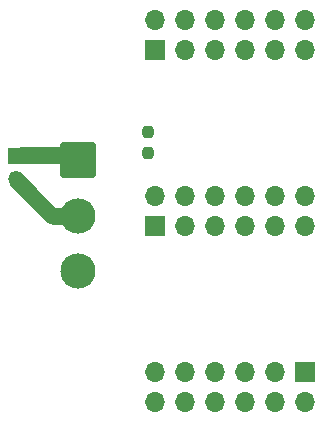
<source format=gbr>
%TF.GenerationSoftware,KiCad,Pcbnew,7.0.5*%
%TF.CreationDate,2024-01-18T17:38:35-05:00*%
%TF.ProjectId,CONN,434f4e4e-2e6b-4696-9361-645f70636258,rev?*%
%TF.SameCoordinates,Original*%
%TF.FileFunction,Soldermask,Bot*%
%TF.FilePolarity,Negative*%
%FSLAX46Y46*%
G04 Gerber Fmt 4.6, Leading zero omitted, Abs format (unit mm)*
G04 Created by KiCad (PCBNEW 7.0.5) date 2024-01-18 17:38:35*
%MOMM*%
%LPD*%
G01*
G04 APERTURE LIST*
G04 Aperture macros list*
%AMRoundRect*
0 Rectangle with rounded corners*
0 $1 Rounding radius*
0 $2 $3 $4 $5 $6 $7 $8 $9 X,Y pos of 4 corners*
0 Add a 4 corners polygon primitive as box body*
4,1,4,$2,$3,$4,$5,$6,$7,$8,$9,$2,$3,0*
0 Add four circle primitives for the rounded corners*
1,1,$1+$1,$2,$3*
1,1,$1+$1,$4,$5*
1,1,$1+$1,$6,$7*
1,1,$1+$1,$8,$9*
0 Add four rect primitives between the rounded corners*
20,1,$1+$1,$2,$3,$4,$5,0*
20,1,$1+$1,$4,$5,$6,$7,0*
20,1,$1+$1,$6,$7,$8,$9,0*
20,1,$1+$1,$8,$9,$2,$3,0*%
G04 Aperture macros list end*
%ADD10C,0.745075*%
%ADD11C,0.150000*%
%ADD12R,1.350000X1.350000*%
%ADD13O,1.350000X1.350000*%
%ADD14R,1.700000X1.700000*%
%ADD15O,1.700000X1.700000*%
%ADD16RoundRect,0.102000X-1.387500X1.387500X-1.387500X-1.387500X1.387500X-1.387500X1.387500X1.387500X0*%
%ADD17C,2.979000*%
%ADD18RoundRect,0.237500X-0.237500X0.250000X-0.237500X-0.250000X0.237500X-0.250000X0.237500X0.250000X0*%
G04 APERTURE END LIST*
D10*
X135532537Y-100548621D02*
G75*
G03*
X135532537Y-100548621I-372537J0D01*
G01*
D11*
X132360000Y-94798621D02*
X135910000Y-94798621D01*
X135910000Y-96048621D01*
X132360000Y-96048621D01*
X132360000Y-94798621D01*
G36*
X132360000Y-94798621D02*
G01*
X135910000Y-94798621D01*
X135910000Y-96048621D01*
X132360000Y-96048621D01*
X132360000Y-94798621D01*
G37*
X135210000Y-99948621D02*
X136260000Y-99948621D01*
X136260000Y-101218621D01*
X135210000Y-101218621D01*
X135210000Y-99948621D01*
G36*
X135210000Y-99948621D02*
G01*
X136260000Y-99948621D01*
X136260000Y-101218621D01*
X135210000Y-101218621D01*
X135210000Y-99948621D01*
G37*
X135440000Y-99998621D02*
X134700000Y-101028621D01*
X131600000Y-97928621D01*
X132490000Y-97048621D01*
X135440000Y-99998621D01*
G36*
X135440000Y-99998621D02*
G01*
X134700000Y-101028621D01*
X131600000Y-97928621D01*
X132490000Y-97048621D01*
X135440000Y-99998621D01*
G37*
D12*
%TO.C,J10*%
X131990000Y-95428621D03*
D13*
X131990000Y-97428621D03*
%TD*%
D14*
%TO.C,J1*%
X143810000Y-86465599D03*
D15*
X143810000Y-83925599D03*
X146350000Y-86465599D03*
X146350000Y-83925599D03*
X148890000Y-86465599D03*
X148890000Y-83925599D03*
X151430000Y-86465599D03*
X151430000Y-83925599D03*
X153970000Y-86465599D03*
X153970000Y-83925599D03*
X156510000Y-86465599D03*
X156510000Y-83925599D03*
%TD*%
D16*
%TO.C,S1*%
X137240000Y-95804610D03*
D17*
X137240000Y-100504610D03*
X137240000Y-105204610D03*
%TD*%
D14*
%TO.C,J2*%
X156510000Y-113743621D03*
D15*
X156510000Y-116283621D03*
X153970000Y-113743621D03*
X153970000Y-116283621D03*
X151430000Y-113743621D03*
X151430000Y-116283621D03*
X148890000Y-113743621D03*
X148890000Y-116283621D03*
X146350000Y-113743621D03*
X146350000Y-116283621D03*
X143810000Y-113743621D03*
X143810000Y-116283621D03*
%TD*%
D14*
%TO.C,J3*%
X143810000Y-101373621D03*
D15*
X143810000Y-98833621D03*
X146350000Y-101373621D03*
X146350000Y-98833621D03*
X148890000Y-101373621D03*
X148890000Y-98833621D03*
X151430000Y-101373621D03*
X151430000Y-98833621D03*
X153970000Y-101373621D03*
X153970000Y-98833621D03*
X156510000Y-101373621D03*
X156510000Y-98833621D03*
%TD*%
D18*
%TO.C,R1*%
X143210000Y-93398621D03*
X143210000Y-95223621D03*
%TD*%
M02*

</source>
